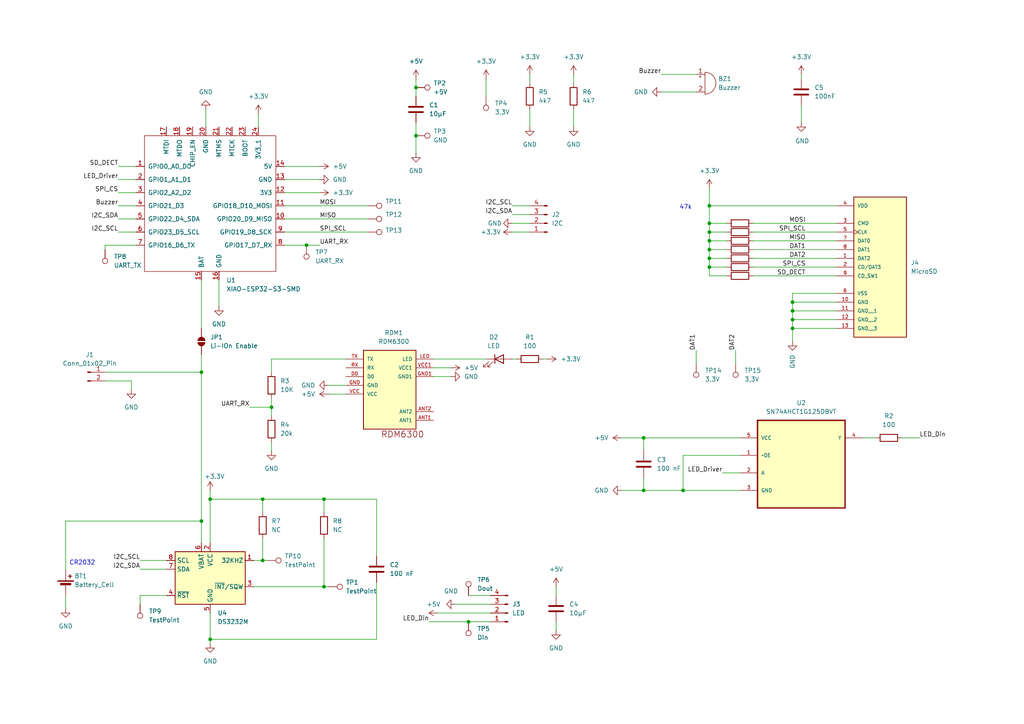
<source format=kicad_sch>
(kicad_sch (version 20250114) (generator "eeschema") (generator_version "9.0")
  (paper "A4")
  (lib_symbols
    (symbol "Connector:Conn_01x02_Pin" (pin_names (offset 1.016) (hide yes))
      (property "Reference" "J" (at 0 2.54 0))
      (property "Value" "Conn_01x02_Pin" (at 0 -5.08 0))
      (symbol "Conn_01x02_Pin_1_1"
        (rectangle (start 0.8636 0.127) (end 0 -0.127) (stroke (width 0.1524)) (fill (type outline)))
        (rectangle (start 0.8636 -2.413) (end 0 -2.667) (stroke (width 0.1524)) (fill (type outline)))
        (polyline (pts (xy 1.27 0) (xy 0.8636 0)) (stroke (width 0.1524)))
        (polyline (pts (xy 1.27 -2.54) (xy 0.8636 -2.54)) (stroke (width 0.1524)))
        (pin passive line (at 5.08 0 180) (length 3.81) (name "Pin_1") (number "1"))
        (pin passive line (at 5.08 -2.54 180) (length 3.81) (name "Pin_2") (number "2"))
      )
    )
    (symbol "Connector:Conn_01x04_Pin" (pin_names (offset 1.016) (hide yes))
      (property "Reference" "J" (at 0 5.08 0))
      (property "Value" "Conn_01x04_Pin" (at 0 -7.62 0))
      (symbol "Conn_01x04_Pin_1_1"
        (rectangle (start 0.8636 2.667) (end 0 2.413) (stroke (width 0.1524)) (fill (type outline)))
        (rectangle (start 0.8636 0.127) (end 0 -0.127) (stroke (width 0.1524)) (fill (type outline)))
        (rectangle (start 0.8636 -2.413) (end 0 -2.667) (stroke (width 0.1524)) (fill (type outline)))
        (rectangle (start 0.8636 -4.953) (end 0 -5.207) (stroke (width 0.1524)) (fill (type outline)))
        (polyline (pts (xy 1.27 2.54) (xy 0.8636 2.54)) (stroke (width 0.1524)))
        (polyline (pts (xy 1.27 0) (xy 0.8636 0)) (stroke (width 0.1524)))
        (polyline (pts (xy 1.27 -2.54) (xy 0.8636 -2.54)) (stroke (width 0.1524)))
        (polyline (pts (xy 1.27 -5.08) (xy 0.8636 -5.08)) (stroke (width 0.1524)))
        (pin passive line (at 5.08 2.54 180) (length 3.81) (name "Pin_1") (number "1"))
        (pin passive line (at 5.08 0 180) (length 3.81) (name "Pin_2") (number "2"))
        (pin passive line (at 5.08 -2.54 180) (length 3.81) (name "Pin_3") (number "3"))
        (pin passive line (at 5.08 -5.08 180) (length 3.81) (name "Pin_4") (number "4"))
      )
    )
    (symbol "Connector:TestPoint" (pin_numbers (hide yes)) (pin_names (offset 0.762) (hide yes))
      (property "Reference" "TP" (at 0 6.858 0))
      (property "Value" "TestPoint" (at 0 5.08 0))
      (symbol "TestPoint_0_1"
        (circle (center 0 3.302) (radius 0.762))
      )
      (symbol "TestPoint_1_1"
        (pin passive line (at 0 0 90) (length 2.54) (name "1") (number "1"))
      )
    )
    (symbol "Device:Battery_Cell" (pin_numbers (hide yes)) (pin_names (offset 0) (hide yes))
      (property "Reference" "BT" (at 2.54 2.54 0))
      (property "Value" "Battery_Cell" (at 2.54 0 0))
      (symbol "Battery_Cell_0_1"
        (rectangle (start -2.286 1.778) (end 2.286 1.524) (fill (type outline)))
        (rectangle (start -1.524 1.016) (end 1.524 0.508) (fill (type outline)))
        (polyline (pts (xy 0 1.778) (xy 0 2.54)))
        (polyline (pts (xy 0 0.762) (xy 0 0)))
        (polyline (pts (xy 0.762 3.048) (xy 1.778 3.048)) (stroke (width 0.254)))
        (polyline (pts (xy 1.27 3.556) (xy 1.27 2.54)) (stroke (width 0.254)))
      )
      (symbol "Battery_Cell_1_1"
        (pin passive line (at 0 5.08 270) (length 2.54) (name "+") (number "1"))
        (pin passive line (at 0 -2.54 90) (length 2.54) (name "-") (number "2"))
      )
    )
    (symbol "Device:Buzzer" (pin_names (offset 0.0254) (hide yes))
      (property "Reference" "BZ" (at 3.81 1.27 0))
      (property "Value" "Buzzer" (at 3.81 -1.27 0))
      (symbol "Buzzer_0_1"
        (polyline (pts (xy -1.651 1.905) (xy -1.143 1.905)))
        (polyline (pts (xy -1.397 2.159) (xy -1.397 1.651)))
        (arc (start 0 3.175) (mid 3.1612 0) (end 0 -3.175))
        (polyline (pts (xy 0 3.175) (xy 0 -3.175)))
      )
      (symbol "Buzzer_1_1"
        (pin passive line (at -2.54 2.54 0) (length 2.54) (name "+") (number "1"))
        (pin passive line (at -2.54 -2.54 0) (length 2.54) (name "-") (number "2"))
      )
    )
    (symbol "Device:C" (pin_numbers (hide yes)) (pin_names (offset 0.254))
      (property "Reference" "C" (at 0.635 2.54 0))
      (property "Value" "C" (at 0.635 -2.54 0))
      (symbol "C_0_1"
        (polyline (pts (xy -2.032 0.762) (xy 2.032 0.762)) (stroke (width 0.508)))
        (polyline (pts (xy -2.032 -0.762) (xy 2.032 -0.762)) (stroke (width 0.508)))
      )
      (symbol "C_1_1"
        (pin passive line (at 0 3.81 270) (length 2.794) (name "~") (number "1"))
        (pin passive line (at 0 -3.81 90) (length 2.794) (name "~") (number "2"))
      )
    )
    (symbol "Device:LED" (pin_numbers (hide yes)) (pin_names (offset 1.016) (hide yes))
      (property "Reference" "D" (at 0 2.54 0))
      (property "Value" "LED" (at 0 -2.54 0))
      (symbol "LED_0_1"
        (polyline (pts (xy -3.048 -0.762) (xy -4.572 -2.286) (xy -3.81 -2.286) (xy -4.572 -2.286) (xy -4.572 -1.524)))
        (polyline (pts (xy -1.778 -0.762) (xy -3.302 -2.286) (xy -2.54 -2.286) (xy -3.302 -2.286) (xy -3.302 -1.524)))
        (polyline (pts (xy -1.27 0) (xy 1.27 0)))
        (polyline (pts (xy -1.27 -1.27) (xy -1.27 1.27)) (stroke (width 0.254)))
        (polyline (pts (xy 1.27 -1.27) (xy 1.27 1.27) (xy -1.27 0) (xy 1.27 -1.27)) (stroke (width 0.254)))
      )
      (symbol "LED_1_1"
        (pin passive line (at -3.81 0 0) (length 2.54) (name "K") (number "1"))
        (pin passive line (at 3.81 0 180) (length 2.54) (name "A") (number "2"))
      )
    )
    (symbol "Device:R" (pin_numbers (hide yes)) (pin_names (offset 0))
      (property "Reference" "R" (at 2.032 0 90))
      (property "Value" "R" (at 0 0 90))
      (symbol "R_0_1"
        (rectangle (start -1.016 -2.54) (end 1.016 2.54) (stroke (width 0.254)))
      )
      (symbol "R_1_1"
        (pin passive line (at 0 3.81 270) (length 1.27) (name "~") (number "1"))
        (pin passive line (at 0 -3.81 90) (length 1.27) (name "~") (number "2"))
      )
    )
    (symbol "Jumper:SolderJumper_2_Open" (pin_numbers (hide yes)) (pin_names (offset 0) (hide yes)) (in_bom no)
      (property "Reference" "JP" (at 0 2.032 0))
      (property "Value" "SolderJumper_2_Open" (at 0 -2.54 0))
      (symbol "SolderJumper_2_Open_0_1"
        (polyline (pts (xy -0.254 1.016) (xy -0.254 -1.016)))
        (arc (start -0.254 -1.016) (mid -1.2656 0) (end -0.254 1.016))
        (arc (start -0.254 -1.016) (mid -1.2656 0) (end -0.254 1.016) (fill (type outline)))
        (arc (start 0.254 1.016) (mid 1.2656 0) (end 0.254 -1.016))
        (arc (start 0.254 1.016) (mid 1.2656 0) (end 0.254 -1.016) (fill (type outline)))
        (polyline (pts (xy 0.254 1.016) (xy 0.254 -1.016)))
      )
      (symbol "SolderJumper_2_Open_1_1"
        (pin passive line (at -3.81 0 0) (length 2.54) (name "A") (number "1"))
        (pin passive line (at 3.81 0 180) (length 2.54) (name "B") (number "2"))
      )
    )
    (symbol "RDM6300:RDM6300" (pin_names (offset 1.016))
      (property "Reference" "RDM6300" (at 0 0 0))
      (property "Value" "RDM6300" (at 0 0 0))
      (symbol "RDM6300_0_0"
        (rectangle (start -7.62 -10.16) (end 7.62 12.7) (stroke (width 0.254)) (fill (type background)))
        (text "RDM6300" (at -2.54 -12.7 0) (effects (font (size 1.778 1.778)) (justify left bottom)))
        (pin bidirectional line (at -12.7 10.16 0) (length 5.08) (name "TX") (number "TX"))
        (pin bidirectional line (at -12.7 7.62 0) (length 5.08) (name "RX") (number "RX"))
        (pin bidirectional line (at -12.7 5.08 0) (length 5.08) (name "D0") (number "D0"))
        (pin bidirectional line (at -12.7 2.54 0) (length 5.08) (name "GND") (number "GND"))
        (pin bidirectional line (at -12.7 0 0) (length 5.08) (name "VCC") (number "VCC"))
        (pin bidirectional line (at 12.7 10.16 180) (length 5.08) (name "LED") (number "LED"))
        (pin bidirectional line (at 12.7 7.62 180) (length 5.08) (name "VCC1") (number "VCC1"))
        (pin bidirectional line (at 12.7 5.08 180) (length 5.08) (name "GND1") (number "GND1"))
        (pin bidirectional line (at 12.7 -5.08 180) (length 5.08) (name "ANT2") (number "ANT2"))
        (pin bidirectional line (at 12.7 -7.62 180) (length 5.08) (name "ANT1") (number "ANT1"))
      )
    )
    (symbol "SN74AHCT1G125DBVT:SN74AHCT1G125DBVT" (pin_names (offset 1.016))
      (property "Reference" "U" (at -4.955 12.5527 0))
      (property "Value" "SN74AHCT1G125DBVT" (at -2.7954 -19.8475 0))
      (symbol "SN74AHCT1G125DBVT_0_0"
        (rectangle (start -12.7 -15.24) (end 12.7 10.16) (stroke (width 0.4064)) (fill (type background)))
        (pin power_in line (at -17.78 5.08 0) (length 5.08) (name "VCC") (number "5"))
        (pin input line (at -17.78 0 0) (length 5.08) (name "~OE") (number "1"))
        (pin input line (at -17.78 -5.08 0) (length 5.08) (name "A") (number "2"))
        (pin passive line (at -17.78 -10.16 0) (length 5.08) (name "GND") (number "3"))
        (pin output line (at 17.78 5.08 180) (length 5.08) (name "Y") (number "4"))
      )
    )
    (symbol "Seeed_Studio_XIAO_Series:XIAO-ESP32-C6-SMD" (pin_names (offset 1.016))
      (property "Reference" "U" (at -18.542 23.114 0))
      (property "Value" "XIAO-ESP32-S3-SMD" (at -8.382 21.336 0))
      (symbol "XIAO-ESP32-C6-SMD_0_1"
        (rectangle (start 19.05 -19.05) (end -19.05 20.32))
      )
      (symbol "XIAO-ESP32-C6-SMD_1_1"
        (pin passive line (at -21.59 11.43 0) (length 2.54) (name "GPIO0_A0_D0") (number "1"))
        (pin passive line (at -21.59 7.62 0) (length 2.54) (name "GPIO1_A1_D1") (number "2"))
        (pin passive line (at -21.59 3.81 0) (length 2.54) (name "GPIO2_A2_D2") (number "3"))
        (pin passive line (at -21.59 0 0) (length 2.54) (name "GPIO21_D3") (number "4"))
        (pin passive line (at -21.59 -3.81 0) (length 2.54) (name "GPIO22_D4_SDA") (number "5"))
        (pin passive line (at -21.59 -7.62 0) (length 2.54) (name "GPIO23_D5_SCL") (number "6"))
        (pin passive line (at -21.59 -11.43 0) (length 2.54) (name "GPIO16_D6_TX") (number "7"))
        (pin passive line (at -12.7 22.86 270) (length 2.54) (name "MTDI") (number "17"))
        (pin passive line (at -8.89 22.86 270) (length 2.54) (name "MTDO") (number "18"))
        (pin passive line (at -5.08 22.86 270) (length 2.54) (name "CHIP_EN") (number "19"))
        (pin passive line (at -2.54 -21.59 90) (length 2.54) (name "BAT") (number "15"))
        (pin passive line (at -1.27 22.86 270) (length 2.54) (name "GND") (number "20"))
        (pin passive line (at 2.54 22.86 270) (length 2.54) (name "MTMS") (number "21"))
        (pin passive line (at 2.54 -21.59 90) (length 2.54) (name "GND") (number "16"))
        (pin passive line (at 6.35 22.86 270) (length 2.54) (name "MTCK") (number "22"))
        (pin passive line (at 10.16 22.86 270) (length 2.54) (name "BOOT") (number "23"))
        (pin passive line (at 13.97 22.86 270) (length 2.54) (name "3V3_1") (number "24"))
        (pin passive line (at 21.59 11.43 180) (length 2.54) (name "5V") (number "14"))
        (pin passive line (at 21.59 7.62 180) (length 2.54) (name "GND") (number "13"))
        (pin passive line (at 21.59 3.81 180) (length 2.54) (name "3V3") (number "12"))
        (pin passive line (at 21.59 0 180) (length 2.54) (name "GPIO18_D10_MOSI") (number "11"))
        (pin passive line (at 21.59 -3.81 180) (length 2.54) (name "GPIO20_D9_MISO") (number "10"))
        (pin passive line (at 21.59 -7.62 180) (length 2.54) (name "GPIO19_D8_SCK") (number "9"))
        (pin passive line (at 21.59 -11.43 180) (length 2.54) (name "GPIO17_D7_RX") (number "8"))
      )
    )
    (symbol "Timer_RTC:DS3232M"
      (property "Reference" "U" (at -7.62 8.89 0))
      (property "Value" "DS3232M" (at 10.16 8.89 0))
      (symbol "DS3232M_0_1"
        (rectangle (start -10.16 7.62) (end 10.16 -7.62) (stroke (width 0.254)) (fill (type background)))
      )
      (symbol "DS3232M_1_1"
        (pin input line (at -12.7 5.08 0) (length 2.54) (name "SCL") (number "8"))
        (pin bidirectional line (at -12.7 2.54 0) (length 2.54) (name "SDA") (number "7"))
        (pin bidirectional line (at -12.7 -5.08 0) (length 2.54) (name "~{RST}") (number "4"))
        (pin power_in line (at -2.54 10.16 270) (length 2.54) (name "VBAT") (number "6"))
        (pin power_in line (at 0 10.16 270) (length 2.54) (name "VCC") (number "2"))
        (pin power_in line (at 0 -10.16 90) (length 2.54) (name "GND") (number "5"))
        (pin output line (at 12.7 5.08 180) (length 2.54) (name "32KHZ") (number "1"))
        (pin open_collector line (at 12.7 -2.54 180) (length 2.54) (name "~{INT}/SQW") (number "3"))
      )
    )
    (symbol "microsd_card_wuert:693071020811" (pin_names (offset 1.016))
      (property "Reference" "J" (at -7.62 16.51 0))
      (property "Value" "693071020811" (at -7.62 -26.67 0))
      (symbol "693071020811_0_0"
        (rectangle (start -7.62 -25.4) (end 7.62 15.24) (stroke (width 0.254)) (fill (type background)))
        (pin power_in line (at -12.7 12.7 0) (length 5.08) (name "VDD") (number "4"))
        (pin bidirectional line (at -12.7 7.62 0) (length 5.08) (name "CMD") (number "3"))
        (pin bidirectional clock (at -12.7 5.08 0) (length 5.08) (name "CLK") (number "5"))
        (pin bidirectional line (at -12.7 2.54 0) (length 5.08) (name "DAT0") (number "7"))
        (pin bidirectional line (at -12.7 0 0) (length 5.08) (name "DAT1") (number "8"))
        (pin bidirectional line (at -12.7 -2.54 0) (length 5.08) (name "DAT2") (number "1"))
        (pin bidirectional line (at -12.7 -5.08 0) (length 5.08) (name "CD/DAT3") (number "2"))
        (pin bidirectional line (at -12.7 -7.62 0) (length 5.08) (name "CD_SW1") (number "9"))
        (pin power_in line (at -12.7 -12.7 0) (length 5.08) (name "VSS") (number "6"))
        (pin power_in line (at -12.7 -15.24 0) (length 5.08) (name "GND") (number "10"))
        (pin power_in line (at -12.7 -17.78 0) (length 5.08) (name "GND__1") (number "11"))
        (pin power_in line (at -12.7 -20.32 0) (length 5.08) (name "GND__2") (number "12"))
        (pin power_in line (at -12.7 -22.86 0) (length 5.08) (name "GND__3") (number "13"))
      )
    )
    (symbol "power:+3.3V" (power) (pin_numbers (hide yes)) (pin_names (offset 0) (hide yes))
      (property "Value" "+3.3V" (at 0 3.556 0))
      (symbol "+3.3V_0_1"
        (polyline (pts (xy -0.762 1.27) (xy 0 2.54)))
        (polyline (pts (xy 0 2.54) (xy 0.762 1.27)))
        (polyline (pts (xy 0 0) (xy 0 2.54)))
      )
      (symbol "+3.3V_1_1"
        (pin power_in line (at 0 0 90) (length 0) (name "~") (number "1"))
      )
    )
    (symbol "power:+5V" (power) (pin_numbers (hide yes)) (pin_names (offset 0) (hide yes))
      (property "Value" "+5V" (at 0 3.556 0))
      (symbol "+5V_0_1"
        (polyline (pts (xy -0.762 1.27) (xy 0 2.54)))
        (polyline (pts (xy 0 2.54) (xy 0.762 1.27)))
        (polyline (pts (xy 0 0) (xy 0 2.54)))
      )
      (symbol "+5V_1_1"
        (pin power_in line (at 0 0 90) (length 0) (name "~") (number "1"))
      )
    )
    (symbol "power:GND" (power) (pin_numbers (hide yes)) (pin_names (offset 0) (hide yes))
      (property "Value" "GND" (at 0 -3.81 0))
      (symbol "GND_0_1"
        (polyline (pts (xy 0 0) (xy 0 -1.27) (xy 1.27 -1.27) (xy 0 -2.54) (xy -1.27 -1.27) (xy 0 -1.27)))
      )
      (symbol "GND_1_1"
        (pin power_in line (at 0 0 270) (length 0) (name "~") (number "1"))
      )
    )
  )
  (text "CR2032" (at 23.876 163.322 0) (effects (font (size 1.27 1.27))))
  (text "47k" (at 198.882 60.198 0) (effects (font (size 1.27 1.27))))
  (junction (at 205.74 59.69))
  (junction (at 229.87 95.25))
  (junction (at 186.69 142.24))
  (junction (at 229.87 92.71))
  (junction (at 60.96 185.42))
  (junction (at 229.87 87.63))
  (junction (at 93.98 144.78))
  (junction (at 186.69 127))
  (junction (at 205.74 72.39))
  (junction (at 205.74 74.93))
  (junction (at 78.74 118.11))
  (junction (at 76.2 144.78))
  (junction (at 58.42 151.13))
  (junction (at 205.74 64.77))
  (junction (at 58.42 107.95))
  (junction (at 135.89 180.34))
  (junction (at 120.65 39.37))
  (junction (at 205.74 69.85))
  (junction (at 198.12 142.24))
  (junction (at 229.87 90.17))
  (junction (at 60.96 144.78))
  (junction (at 205.74 77.47))
  (junction (at 93.98 170.18))
  (junction (at 205.74 67.31))
  (junction (at 76.2 162.56))
  (junction (at 120.65 25.4))
  (junction (at 88.9 71.12))
  (wire (pts (xy 125.73 109.22) (xy 130.81 109.22)))
  (wire (pts (xy 213.36 101.6) (xy 213.36 105.41)))
  (wire (pts (xy 58.42 151.13) (xy 58.42 157.48)))
  (wire (pts (xy 78.74 115.57) (xy 78.74 118.11)))
  (wire (pts (xy 82.55 55.88) (xy 92.71 55.88)))
  (wire (pts (xy 210.82 80.01) (xy 205.74 80.01)))
  (wire (pts (xy 34.29 48.26) (xy 39.37 48.26)))
  (wire (pts (xy 58.42 151.13) (xy 58.42 107.95)))
  (wire (pts (xy 186.69 127) (xy 214.63 127)))
  (wire (pts (xy 40.64 172.72) (xy 48.26 172.72)))
  (wire (pts (xy 205.74 74.93) (xy 210.82 74.93)))
  (wire (pts (xy 58.42 102.87) (xy 58.42 107.95)))
  (wire (pts (xy 39.37 71.12) (xy 30.48 71.12)))
  (wire (pts (xy 135.89 180.34) (xy 142.24 180.34)))
  (wire (pts (xy 205.74 74.93) (xy 205.74 72.39)))
  (wire (pts (xy 153.67 21.59) (xy 153.67 24.13)))
  (wire (pts (xy 242.57 85.09) (xy 229.87 85.09)))
  (wire (pts (xy 88.9 71.12) (xy 92.71 71.12)))
  (wire (pts (xy 229.87 95.25) (xy 242.57 95.25)))
  (wire (pts (xy 166.37 21.59) (xy 166.37 24.13)))
  (wire (pts (xy 109.22 168.91) (xy 109.22 185.42)))
  (wire (pts (xy 210.82 67.31) (xy 205.74 67.31)))
  (wire (pts (xy 82.55 71.12) (xy 88.9 71.12)))
  (wire (pts (xy 30.48 71.12) (xy 30.48 72.39)))
  (wire (pts (xy 72.39 118.11) (xy 78.74 118.11)))
  (wire (pts (xy 229.87 95.25) (xy 229.87 99.06)))
  (wire (pts (xy 186.69 142.24) (xy 198.12 142.24)))
  (wire (pts (xy 205.74 69.85) (xy 205.74 67.31)))
  (wire (pts (xy 205.74 72.39) (xy 205.74 69.85)))
  (wire (pts (xy 148.59 59.69) (xy 153.67 59.69)))
  (wire (pts (xy 261.62 127) (xy 266.7 127)))
  (wire (pts (xy 229.87 87.63) (xy 242.57 87.63)))
  (wire (pts (xy 59.69 31.75) (xy 59.69 36.83)))
  (wire (pts (xy 82.55 67.31) (xy 106.68 67.31)))
  (wire (pts (xy 205.74 77.47) (xy 210.82 77.47)))
  (wire (pts (xy 232.41 21.59) (xy 232.41 22.86)))
  (wire (pts (xy 120.65 22.86) (xy 120.65 25.4)))
  (wire (pts (xy 76.2 144.78) (xy 76.2 148.59)))
  (wire (pts (xy 19.05 151.13) (xy 58.42 151.13)))
  (wire (pts (xy 125.73 104.14) (xy 140.97 104.14)))
  (wire (pts (xy 157.48 104.14) (xy 158.75 104.14)))
  (wire (pts (xy 210.82 69.85) (xy 205.74 69.85)))
  (wire (pts (xy 229.87 85.09) (xy 229.87 87.63)))
  (wire (pts (xy 140.97 22.86) (xy 140.97 27.94)))
  (wire (pts (xy 60.96 185.42) (xy 60.96 186.69)))
  (wire (pts (xy 205.74 77.47) (xy 205.74 74.93)))
  (wire (pts (xy 229.87 90.17) (xy 242.57 90.17)))
  (wire (pts (xy 93.98 156.21) (xy 93.98 170.18)))
  (wire (pts (xy 93.98 144.78) (xy 76.2 144.78)))
  (wire (pts (xy 232.41 30.48) (xy 232.41 35.56)))
  (wire (pts (xy 218.44 74.93) (xy 242.57 74.93)))
  (wire (pts (xy 76.2 144.78) (xy 60.96 144.78)))
  (wire (pts (xy 93.98 170.18) (xy 95.25 170.18)))
  (wire (pts (xy 166.37 31.75) (xy 166.37 36.83)))
  (wire (pts (xy 95.25 114.3) (xy 100.33 114.3)))
  (wire (pts (xy 153.67 31.75) (xy 153.67 36.83)))
  (wire (pts (xy 205.74 72.39) (xy 210.82 72.39)))
  (wire (pts (xy 19.05 172.72) (xy 19.05 176.53)))
  (wire (pts (xy 205.74 64.77) (xy 205.74 59.69)))
  (wire (pts (xy 198.12 132.08) (xy 198.12 142.24)))
  (wire (pts (xy 186.69 127) (xy 186.69 130.81)))
  (wire (pts (xy 161.29 180.34) (xy 161.29 182.88)))
  (wire (pts (xy 109.22 185.42) (xy 60.96 185.42)))
  (wire (pts (xy 74.93 33.02) (xy 74.93 36.83)))
  (wire (pts (xy 93.98 144.78) (xy 93.98 148.59)))
  (wire (pts (xy 78.74 104.14) (xy 78.74 107.95)))
  (wire (pts (xy 191.77 21.59) (xy 201.93 21.59)))
  (wire (pts (xy 58.42 81.28) (xy 58.42 95.25)))
  (wire (pts (xy 218.44 64.77) (xy 242.57 64.77)))
  (wire (pts (xy 127 177.8) (xy 142.24 177.8)))
  (wire (pts (xy 76.2 162.56) (xy 77.47 162.56)))
  (wire (pts (xy 209.55 137.16) (xy 214.63 137.16)))
  (wire (pts (xy 120.65 25.4) (xy 120.65 27.94)))
  (wire (pts (xy 218.44 67.31) (xy 242.57 67.31)))
  (wire (pts (xy 34.29 59.69) (xy 39.37 59.69)))
  (wire (pts (xy 205.74 59.69) (xy 242.57 59.69)))
  (wire (pts (xy 210.82 64.77) (xy 205.74 64.77)))
  (wire (pts (xy 229.87 90.17) (xy 229.87 92.71)))
  (wire (pts (xy 161.29 170.18) (xy 161.29 172.72)))
  (wire (pts (xy 95.25 111.76) (xy 100.33 111.76)))
  (wire (pts (xy 82.55 48.26) (xy 92.71 48.26)))
  (wire (pts (xy 60.96 177.8) (xy 60.96 185.42)))
  (wire (pts (xy 205.74 54.61) (xy 205.74 59.69)))
  (wire (pts (xy 120.65 35.56) (xy 120.65 39.37)))
  (wire (pts (xy 148.59 104.14) (xy 149.86 104.14)))
  (wire (pts (xy 148.59 62.23) (xy 153.67 62.23)))
  (wire (pts (xy 186.69 138.43) (xy 186.69 142.24)))
  (wire (pts (xy 180.34 142.24) (xy 186.69 142.24)))
  (wire (pts (xy 218.44 72.39) (xy 242.57 72.39)))
  (wire (pts (xy 109.22 144.78) (xy 93.98 144.78)))
  (wire (pts (xy 109.22 161.29) (xy 109.22 144.78)))
  (wire (pts (xy 135.89 172.72) (xy 142.24 172.72)))
  (wire (pts (xy 60.96 144.78) (xy 60.96 157.48)))
  (wire (pts (xy 250.19 127) (xy 254 127)))
  (wire (pts (xy 125.73 106.68) (xy 130.81 106.68)))
  (wire (pts (xy 180.34 127) (xy 186.69 127)))
  (wire (pts (xy 205.74 80.01) (xy 205.74 77.47)))
  (wire (pts (xy 78.74 118.11) (xy 78.74 120.65)))
  (wire (pts (xy 124.46 180.34) (xy 135.89 180.34)))
  (wire (pts (xy 218.44 69.85) (xy 242.57 69.85)))
  (wire (pts (xy 201.93 101.6) (xy 201.93 105.41)))
  (wire (pts (xy 218.44 80.01) (xy 242.57 80.01)))
  (wire (pts (xy 82.55 52.07) (xy 92.71 52.07)))
  (wire (pts (xy 60.96 142.24) (xy 60.96 144.78)))
  (wire (pts (xy 34.29 67.31) (xy 39.37 67.31)))
  (wire (pts (xy 30.48 110.49) (xy 38.1 110.49)))
  (wire (pts (xy 214.63 132.08) (xy 198.12 132.08)))
  (wire (pts (xy 34.29 63.5) (xy 39.37 63.5)))
  (wire (pts (xy 82.55 59.69) (xy 106.68 59.69)))
  (wire (pts (xy 132.08 175.26) (xy 142.24 175.26)))
  (wire (pts (xy 34.29 55.88) (xy 39.37 55.88)))
  (wire (pts (xy 40.64 175.26) (xy 40.64 172.72)))
  (wire (pts (xy 19.05 165.1) (xy 19.05 151.13)))
  (wire (pts (xy 73.66 162.56) (xy 76.2 162.56)))
  (wire (pts (xy 229.87 92.71) (xy 229.87 95.25)))
  (wire (pts (xy 148.59 67.31) (xy 153.67 67.31)))
  (wire (pts (xy 148.59 64.77) (xy 153.67 64.77)))
  (wire (pts (xy 218.44 77.47) (xy 242.57 77.47)))
  (wire (pts (xy 73.66 170.18) (xy 93.98 170.18)))
  (wire (pts (xy 63.5 81.28) (xy 63.5 88.9)))
  (wire (pts (xy 34.29 52.07) (xy 39.37 52.07)))
  (wire (pts (xy 40.64 165.1) (xy 48.26 165.1)))
  (wire (pts (xy 120.65 39.37) (xy 120.65 44.45)))
  (wire (pts (xy 78.74 104.14) (xy 100.33 104.14)))
  (wire (pts (xy 30.48 107.95) (xy 58.42 107.95)))
  (wire (pts (xy 82.55 63.5) (xy 106.68 63.5)))
  (wire (pts (xy 40.64 162.56) (xy 48.26 162.56)))
  (wire (pts (xy 38.1 110.49) (xy 38.1 113.03)))
  (wire (pts (xy 78.74 128.27) (xy 78.74 130.81)))
  (wire (pts (xy 229.87 87.63) (xy 229.87 90.17)))
  (wire (pts (xy 198.12 142.24) (xy 214.63 142.24)))
  (wire (pts (xy 76.2 156.21) (xy 76.2 162.56)))
  (wire (pts (xy 205.74 67.31) (xy 205.74 64.77)))
  (wire (pts (xy 229.87 92.71) (xy 242.57 92.71)))
  (wire (pts (xy 191.77 26.67) (xy 201.93 26.67)))
  (label "Buzzer" (at 34.29 59.69 180))
  (label "SPI_SCL" (at 92.71 67.31 0))
  (label "I2C_SCL" (at 40.64 162.56 180))
  (label "UART_RX" (at 92.71 71.12 0))
  (label "LED_Driver" (at 34.29 52.07 180))
  (label "SD_DECT" (at 233.68 80.01 180))
  (label "DAT2" (at 213.36 101.6 90))
  (label "LED_Driver" (at 209.55 137.16 180))
  (label "LED_Din" (at 266.7 127 0))
  (label "I2C_SDA" (at 148.59 62.23 180))
  (label "I2C_SCL" (at 148.59 59.69 180))
  (label "SPI_SCL" (at 233.68 67.31 180))
  (label "Buzzer" (at 191.77 21.59 180))
  (label "MISO" (at 233.68 69.85 180))
  (label "MISO" (at 92.71 63.5 0))
  (label "I2C_SCL" (at 34.29 67.31 180))
  (label "SPI_CS" (at 34.29 55.88 180))
  (label "MOSI" (at 92.71 59.69 0))
  (label "UART_RX" (at 72.39 118.11 180))
  (label "DAT1" (at 201.93 101.6 90))
  (label "SPI_CS" (at 233.68 77.47 180))
  (label "SD_DECT" (at 34.29 48.26 180))
  (label "I2C_SDA" (at 40.64 165.1 180))
  (label "LED_Din" (at 124.46 180.34 180))
  (label "MOSI" (at 233.68 64.77 180))
  (label "DAT1" (at 233.68 72.39 180))
  (label "I2C_SDA" (at 34.29 63.5 180))
  (label "DAT2" (at 233.68 74.93 180))
  (symbol (lib_id "power:+5V") (at 120.65 22.86 0) (unit 1)
    (property "Reference" "#PWR017" (effects (hide yes)))
    (property "Value" "+5V" (at 120.65 17.78 0))
    (property "Description" "Power symbol creates a global label with name \"+5V\"" (effects (hide yes)))
  )
  (symbol (lib_id "power:GND") (at 78.74 130.81 0) (unit 1)
    (property "Reference" "#PWR09" (effects (hide yes)))
    (property "Value" "GND" (at 78.74 135.89 0))
    (property "Description" "Power symbol creates a global label with name \"GND\" , ground" (effects (hide yes)))
  )
  (symbol (lib_id "Connector:TestPoint") (at 88.9 71.12 180) (unit 1)
    (property "Reference" "TP7" (at 91.44 73.1519 0) (effects (justify right)))
    (property "Value" "UART_RX" (at 91.44 75.6919 0) (effects (justify right)))
    (property "Footprint" "TestPoint:TestPoint_Pad_D1.5mm" (effects (hide yes)))
    (property "Description" "test point" (effects (hide yes)))
  )
  (symbol (lib_id "power:GND") (at 59.69 31.75 180) (unit 1)
    (property "Reference" "#PWR037" (effects (hide yes)))
    (property "Value" "GND" (at 59.69 26.67 0))
    (property "Description" "Power symbol creates a global label with name \"GND\" , ground" (effects (hide yes)))
  )
  (symbol (lib_id "Device:R") (at 78.74 111.76 0) (unit 1)
    (property "Reference" "R3" (at 81.28 110.4899 0) (effects (justify left)))
    (property "Value" "10K" (at 81.28 113.0299 0) (effects (justify left)))
    (property "Footprint" "Resistor_SMD:R_0603_1608Metric_Pad0.98x0.95mm_HandSolder" (effects (hide yes)))
    (property "Description" "Resistor" (effects (hide yes)))
  )
  (symbol (lib_id "power:+5V") (at 127 177.8 90) (unit 1)
    (property "Reference" "#PWR020" (effects (hide yes)))
    (property "Value" "+5V" (at 125.73 175.26 90))
    (property "Description" "Power symbol creates a global label with name \"+5V\"" (effects (hide yes)))
  )
  (symbol (lib_id "power:+3.3V") (at 158.75 104.14 270) (unit 1)
    (property "Reference" "#PWR015" (effects (hide yes)))
    (property "Value" "+3.3V" (at 162.56 104.1399 90) (effects (justify left)))
    (property "Description" "Power symbol creates a global label with name \"+3.3V\"" (effects (hide yes)))
  )
  (symbol (lib_id "Device:Battery_Cell") (at 19.05 170.18 0) (unit 1)
    (property "Reference" "BT1" (at 21.59 167.0684 0) (effects (justify left)))
    (property "Value" "Battery_Cell" (at 21.59 169.6084 0) (effects (justify left)))
    (property "Footprint" "Battery:Battery_Panasonic_CR2032-HFN_Horizontal_CircularHoles" (effects (hide yes)))
    (property "Description" "Single-cell battery" (effects (hide yes)))
  )
  (symbol (lib_id "Device:C") (at 161.29 176.53 180) (unit 1)
    (property "Reference" "C4" (at 165.1 175.2599 0) (effects (justify right)))
    (property "Value" "10µF" (at 165.1 177.7999 0) (effects (justify right)))
    (property "Footprint" "Capacitor_SMD:C_0603_1608Metric" (effects (hide yes)))
    (property "Description" "Unpolarized capacitor" (effects (hide yes)))
  )
  (symbol (lib_id "power:+3.3V") (at 205.74 54.61 0) (unit 1)
    (property "Reference" "#PWR036" (effects (hide yes)))
    (property "Value" "+3.3V" (at 205.74 49.53 0))
    (property "Description" "Power symbol creates a global label with name \"+3.3V\"" (effects (hide yes)))
  )
  (symbol (lib_id "power:+3.3V") (at 140.97 22.86 0) (unit 1)
    (property "Reference" "#PWR019" (effects (hide yes)))
    (property "Value" "+3.3V" (at 140.97 17.78 0))
    (property "Description" "Power symbol creates a global label with name \"+3.3V\"" (effects (hide yes)))
  )
  (symbol (lib_id "Device:R") (at 76.2 152.4 0) (unit 1)
    (property "Reference" "R7" (at 78.74 151.1299 0) (effects (justify left)))
    (property "Value" "NC" (at 78.74 153.6699 0) (effects (justify left)))
    (property "Footprint" "Resistor_SMD:R_0603_1608Metric_Pad0.98x0.95mm_HandSolder" (effects (hide yes)))
    (property "Description" "Resistor" (effects (hide yes)))
  )
  (symbol (lib_id "power:+3.3V") (at 92.71 55.88 270) (unit 1)
    (property "Reference" "#PWR03" (effects (hide yes)))
    (property "Value" "+3.3V" (at 96.52 55.8799 90) (effects (justify left)))
    (property "Description" "Power symbol creates a global label with name \"+3.3V\"" (effects (hide yes)))
  )
  (symbol (lib_id "Device:R") (at 214.63 77.47 90) (unit 1)
    (property "Reference" "R9" (effects (hide yes)))
    (property "Value" "47k" (effects (hide yes)))
    (property "Footprint" "Resistor_SMD:R_0603_1608Metric_Pad0.98x0.95mm_HandSolder" (effects (hide yes)))
    (property "Description" "Resistor" (effects (hide yes)))
  )
  (symbol (lib_id "Device:R") (at 214.63 67.31 90) (unit 1)
    (property "Reference" "R13" (effects (hide yes)))
    (property "Value" "47k" (effects (hide yes)))
    (property "Footprint" "Resistor_SMD:R_0603_1608Metric_Pad0.98x0.95mm_HandSolder" (effects (hide yes)))
    (property "Description" "Resistor" (effects (hide yes)))
  )
  (symbol (lib_id "power:GND") (at 166.37 36.83 0) (unit 1)
    (property "Reference" "#PWR029" (effects (hide yes)))
    (property "Value" "GND" (at 166.37 41.91 0))
    (property "Description" "Power symbol creates a global label with name \"GND\" , ground" (effects (hide yes)))
  )
  (symbol (lib_id "power:GND") (at 92.71 52.07 90) (unit 1)
    (property "Reference" "#PWR02" (effects (hide yes)))
    (property "Value" "GND" (at 96.52 52.0699 90) (effects (justify right)))
    (property "Description" "Power symbol creates a global label with name \"GND\" , ground" (effects (hide yes)))
  )
  (symbol (lib_id "power:+5V") (at 161.29 170.18 0) (unit 1)
    (property "Reference" "#PWR024" (effects (hide yes)))
    (property "Value" "+5V" (at 161.29 165.1 0))
    (property "Description" "Power symbol creates a global label with name \"+5V\"" (effects (hide yes)))
  )
  (symbol (lib_id "power:GND") (at 229.87 99.06 0) (unit 1)
    (property "Reference" "#PWR07" (effects (hide yes)))
    (property "Value" "GND" (at 229.8701 102.87 90) (effects (justify right)))
    (property "Description" "Power symbol creates a global label with name \"GND\" , ground" (effects (hide yes)))
  )
  (symbol (lib_id "power:GND") (at 120.65 44.45 0) (unit 1)
    (property "Reference" "#PWR018" (effects (hide yes)))
    (property "Value" "GND" (at 120.65 49.53 0))
    (property "Description" "Power symbol creates a global label with name \"GND\" , ground" (effects (hide yes)))
  )
  (symbol (lib_id "power:+5V") (at 180.34 127 90) (unit 1)
    (property "Reference" "#PWR011" (effects (hide yes)))
    (property "Value" "+5V" (at 176.53 126.9999 90) (effects (justify left)))
    (property "Description" "Power symbol creates a global label with name \"+5V\"" (effects (hide yes)))
  )
  (symbol (lib_id "power:+5V") (at 92.71 48.26 270) (unit 1)
    (property "Reference" "#PWR01" (effects (hide yes)))
    (property "Value" "+5V" (at 96.52 48.2599 90) (effects (justify left)))
    (property "Description" "Power symbol creates a global label with name \"+5V\"" (effects (hide yes)))
  )
  (symbol (lib_id "power:+5V") (at 95.25 114.3 90) (unit 1)
    (property "Reference" "#PWR04" (effects (hide yes)))
    (property "Value" "+5V" (at 91.44 114.2999 90) (effects (justify left)))
    (property "Description" "Power symbol creates a global label with name \"+5V\"" (effects (hide yes)))
  )
  (symbol (lib_id "power:GND") (at 95.25 111.76 270) (unit 1)
    (property "Reference" "#PWR05" (effects (hide yes)))
    (property "Value" "GND" (at 91.44 111.7599 90) (effects (justify right)))
    (property "Description" "Power symbol creates a global label with name \"GND\" , ground" (effects (hide yes)))
  )
  (symbol (lib_id "Timer_RTC:DS3232M") (at 60.96 167.64 0) (unit 1)
    (property "Reference" "U4" (at 63.1033 177.8 0) (effects (justify left)))
    (property "Value" "DS3232M" (at 63.1033 180.34 0) (effects (justify left)))
    (property "Footprint" "Package_SO:SOIC-8_3.9x4.9mm_P1.27mm" (effects (hide yes)))
    (property "Datasheet" "http://datasheets.maximintegrated.com/en/ds/DS3232M.pdf" (effects (hide yes)))
    (property "Description" "±5ppm, I2C Real-Time Clock with SRAM SOIC-8" (effects (hide yes)))
  )
  (symbol (lib_id "Device:R") (at 257.81 127 90) (unit 1)
    (property "Reference" "R2" (at 257.81 120.65 90))
    (property "Value" "100" (at 257.81 123.19 90))
    (property "Footprint" "Resistor_SMD:R_0603_1608Metric_Pad0.98x0.95mm_HandSolder" (effects (hide yes)))
    (property "Description" "Resistor" (effects (hide yes)))
  )
  (symbol (lib_id "power:+3.3V") (at 74.93 33.02 0) (unit 1)
    (property "Reference" "#PWR033" (effects (hide yes)))
    (property "Value" "+3.3V" (at 74.93 27.94 0))
    (property "Description" "Power symbol creates a global label with name \"+3.3V\"" (effects (hide yes)))
  )
  (symbol (lib_id "power:GND") (at 191.77 26.67 270) (unit 1)
    (property "Reference" "#PWR014" (effects (hide yes)))
    (property "Value" "GND" (at 187.96 26.6699 90) (effects (justify right)))
    (property "Description" "Power symbol creates a global label with name \"GND\" , ground" (effects (hide yes)))
  )
  (symbol (lib_id "Device:C") (at 120.65 31.75 180) (unit 1)
    (property "Reference" "C1" (at 124.46 30.4799 0) (effects (justify right)))
    (property "Value" "10µF" (at 124.46 33.0199 0) (effects (justify right)))
    (property "Footprint" "Capacitor_SMD:C_0603_1608Metric" (effects (hide yes)))
    (property "Description" "Unpolarized capacitor" (effects (hide yes)))
  )
  (symbol (lib_id "Jumper:SolderJumper_2_Open") (at 58.42 99.06 270) (unit 1) (in_bom no)
    (property "Reference" "JP1" (at 60.96 97.7899 90) (effects (justify left)))
    (property "Value" "Li-IOn Enable" (at 60.96 100.3299 90) (effects (justify left)))
    (property "Footprint" "Jumper:SolderJumper-2_P1.3mm_Open_TrianglePad1.0x1.5mm" (effects (hide yes)))
    (property "Description" "Solder Jumper, 2-pole, open" (effects (hide yes)))
  )
  (symbol (lib_id "Connector:TestPoint") (at 120.65 39.37 270) (unit 1)
    (property "Reference" "TP3" (at 125.73 38.0999 90) (effects (justify left)))
    (property "Value" "GND" (at 125.73 40.6399 90) (effects (justify left)))
    (property "Footprint" "TestPoint:TestPoint_Pad_D1.5mm" (effects (hide yes)))
    (property "Description" "test point" (effects (hide yes)))
  )
  (symbol (lib_id "Connector:TestPoint") (at 201.93 105.41 180) (unit 1)
    (property "Reference" "TP14" (at 204.47 107.4419 0) (effects (justify right)))
    (property "Value" "3,3V" (at 204.47 109.9819 0) (effects (justify right)))
    (property "Footprint" "TestPoint:TestPoint_Pad_D1.5mm" (effects (hide yes)))
    (property "Description" "test point" (effects (hide yes)))
  )
  (symbol (lib_id "Connector:Conn_01x04_Pin") (at 158.75 64.77 180) (unit 1)
    (property "Reference" "J2" (at 160.02 62.2299 0) (effects (justify right)))
    (property "Value" "I2C" (at 160.02 64.7699 0) (effects (justify right)))
    (property "Footprint" "Connector_PinHeader_2.54mm:PinHeader_1x04_P2.54mm_Vertical" (effects (hide yes)))
    (property "Description" "Generic connector, single row, 01x04, script generated" (effects (hide yes)))
  )
  (symbol (lib_id "Device:LED") (at 144.78 104.14 0) (unit 1)
    (property "Reference" "D2" (at 143.1925 97.79 0))
    (property "Value" "LED" (at 143.1925 100.33 0))
    (property "Description" "Light emitting diode" (effects (hide yes)))
    (property "Sim.Pins" "1=K 2=A" (effects (hide yes)))
  )
  (symbol (lib_id "Device:R") (at 214.63 64.77 90) (unit 1)
    (property "Reference" "R14" (effects (hide yes)))
    (property "Value" "47k" (effects (hide yes)))
    (property "Footprint" "Resistor_SMD:R_0603_1608Metric_Pad0.98x0.95mm_HandSolder" (effects (hide yes)))
    (property "Description" "Resistor" (effects (hide yes)))
  )
  (symbol (lib_id "SN74AHCT1G125DBVT:SN74AHCT1G125DBVT") (at 232.41 132.08 0) (unit 1)
    (property "Reference" "U2" (at 232.41 116.84 0))
    (property "Value" "SN74AHCT1G125DBVT" (at 232.41 119.38 0))
    (property "Footprint" "footprints:SOT95P280X145-5N" (effects (hide yes)))
    (property "MF" "Texas Instruments" (effects (hide yes)))
    (property "Description_1" "Buffer, Non-Inverting 1 Element 1 Bit per Element 3-State Output SOT-23-5" (effects (hide yes)))
    (property "PACKAGE" "SOT-23-5" (effects (hide yes)))
    (property "MPN" "SN74AHCT1G125DBVT" (effects (hide yes)))
    (property "Price" "None" (effects (hide yes)))
    (property "Package" "SOT-23 Texas Instruments" (effects (hide yes)))
    (property "OC_FARNELL" "1739631" (effects (hide yes)))
    (property "SnapEDA_Link" "https://www.snapeda.com/parts/SN74AHCT1G125DBV/Texas+Instruments/view-part/?ref=snap" (effects (hide yes)))
    (property "MP" "SN74AHCT1G125DBV" (effects (hide yes)))
    (property "SUPPLIER" "Texas Instruments" (effects (hide yes)))
    (property "OC_NEWARK" "22H0195" (effects (hide yes)))
    (property "Availability" "Not in stock" (effects (hide yes)))
    (property "Check_prices" "https://www.snapeda.com/parts/SN74AHCT1G125DBV/Texas+Instruments/view-part/?ref=eda" (effects (hide yes)))
  )
  (symbol (lib_id "power:+3.3V") (at 60.96 142.24 0) (unit 1)
    (property "Reference" "#PWR013" (effects (hide yes)))
    (property "Value" "+3.3V" (at 62.23 138.176 0))
    (property "Description" "Power symbol creates a global label with name \"+3.3V\"" (effects (hide yes)))
  )
  (symbol (lib_id "power:+3.3V") (at 153.67 21.59 0) (unit 1)
    (property "Reference" "#PWR026" (effects (hide yes)))
    (property "Value" "+3.3V" (at 153.67 16.51 0))
    (property "Description" "Power symbol creates a global label with name \"+3.3V\"" (effects (hide yes)))
  )
  (symbol (lib_id "Device:R") (at 214.63 80.01 90) (unit 1)
    (property "Reference" "R11" (effects (hide yes)))
    (property "Value" "47k" (effects (hide yes)))
    (property "Footprint" "Resistor_SMD:R_0603_1608Metric_Pad0.98x0.95mm_HandSolder" (effects (hide yes)))
    (property "Description" "Resistor" (effects (hide yes)))
  )
  (symbol (lib_id "Seeed_Studio_XIAO_Series:XIAO-ESP32-C6-SMD") (at 60.96 59.69 0) (unit 1)
    (property "Reference" "U1" (at 65.6433 81.28 0) (effects (justify left)))
    (property "Value" "XIAO-ESP32-S3-SMD" (at 65.6433 83.82 0) (effects (justify left)))
    (property "Footprint" "Seeed Studio XIAO Series Library:XIAO-ESP32C6-SMD" (effects (hide yes)))
  )
  (symbol (lib_id "Device:C") (at 232.41 26.67 180) (unit 1)
    (property "Reference" "C5" (at 236.22 25.3999 0) (effects (justify right)))
    (property "Value" "100nF" (at 236.22 27.9399 0) (effects (justify right)))
    (property "Footprint" "Capacitor_SMD:C_0603_1608Metric" (effects (hide yes)))
    (property "Description" "Unpolarized capacitor" (effects (hide yes)))
  )
  (symbol (lib_id "Connector:TestPoint") (at 213.36 105.41 180) (unit 1)
    (property "Reference" "TP15" (at 215.9 107.4419 0) (effects (justify right)))
    (property "Value" "3,3V" (at 215.9 109.9819 0) (effects (justify right)))
    (property "Footprint" "TestPoint:TestPoint_Pad_D1.5mm" (effects (hide yes)))
    (property "Description" "test point" (effects (hide yes)))
  )
  (symbol (lib_id "power:GND") (at 38.1 113.03 0) (unit 1)
    (property "Reference" "#PWR038" (effects (hide yes)))
    (property "Value" "GND" (at 38.1 118.11 0))
    (property "Description" "Power symbol creates a global label with name \"GND\" , ground" (effects (hide yes)))
  )
  (symbol (lib_id "power:GND") (at 153.67 36.83 0) (unit 1)
    (property "Reference" "#PWR028" (effects (hide yes)))
    (property "Value" "GND" (at 153.67 41.91 0))
    (property "Description" "Power symbol creates a global label with name \"GND\" , ground" (effects (hide yes)))
  )
  (symbol (lib_id "Connector:TestPoint") (at 77.47 162.56 270) (unit 1)
    (property "Reference" "TP10" (at 82.55 161.2899 90) (effects (justify left)))
    (property "Value" "TestPoint" (at 82.55 163.8299 90) (effects (justify left)))
    (property "Footprint" "TestPoint:TestPoint_Pad_D1.5mm" (effects (hide yes)))
    (property "Description" "test point" (effects (hide yes)))
  )
  (symbol (lib_id "Connector:TestPoint") (at 95.25 170.18 270) (unit 1)
    (property "Reference" "TP1" (at 100.33 168.9099 90) (effects (justify left)))
    (property "Value" "TestPoint" (at 100.33 171.4499 90) (effects (justify left)))
    (property "Footprint" "TestPoint:TestPoint_Pad_D1.5mm" (effects (hide yes)))
    (property "Description" "test point" (effects (hide yes)))
  )
  (symbol (lib_id "Device:R") (at 78.74 124.46 0) (unit 1)
    (property "Reference" "R4" (at 81.28 123.1899 0) (effects (justify left)))
    (property "Value" "20k" (at 81.28 125.7299 0) (effects (justify left)))
    (property "Footprint" "Resistor_SMD:R_0603_1608Metric_Pad0.98x0.95mm_HandSolder" (effects (hide yes)))
    (property "Description" "Resistor" (effects (hide yes)))
  )
  (symbol (lib_id "Device:R") (at 214.63 69.85 90) (unit 1)
    (property "Reference" "R12" (effects (hide yes)))
    (property "Value" "47k" (effects (hide yes)))
    (property "Footprint" "Resistor_SMD:R_0603_1608Metric_Pad0.98x0.95mm_HandSolder" (effects (hide yes)))
    (property "Description" "Resistor" (effects (hide yes)))
  )
  (symbol (lib_id "Device:R") (at 153.67 27.94 0) (unit 1)
    (property "Reference" "R5" (at 156.21 26.6699 0) (effects (justify left)))
    (property "Value" "4k7" (at 156.21 29.2099 0) (effects (justify left)))
    (property "Footprint" "Resistor_SMD:R_0603_1608Metric_Pad0.98x0.95mm_HandSolder" (effects (hide yes)))
    (property "Description" "Resistor" (effects (hide yes)))
  )
  (symbol (lib_id "microsd_card_wuert:693071020811") (at 255.27 72.39 0) (unit 1)
    (property "Reference" "J4" (at 264.16 76.1999 0) (effects (justify left)))
    (property "Value" "MicroSD" (at 264.16 78.7399 0) (effects (justify left)))
    (property "Footprint" "footprints:WURTH_693071020811" (effects (hide yes)))
    (property "PARTREV" "001.003" (effects (hide yes)))
    (property "STANDARD" "Manufacturer Recommendations" (effects (hide yes)))
    (property "MAXIMUM_PACKAGE_HEIGHT" "2.05mm" (effects (hide yes)))
    (property "MANUFACTURER" "WURTH ELEKTRONIK" (effects (hide yes)))
  )
  (symbol (lib_id "Device:C") (at 109.22 165.1 180) (unit 1)
    (property "Reference" "C2" (at 113.03 163.8299 0) (effects (justify right)))
    (property "Value" "100 nF" (at 113.03 166.3699 0) (effects (justify right)))
    (property "Footprint" "Capacitor_SMD:C_0603_1608Metric" (effects (hide yes)))
    (property "Description" "Unpolarized capacitor" (effects (hide yes)))
  )
  (symbol (lib_id "Connector:TestPoint") (at 106.68 63.5 270) (unit 1)
    (property "Reference" "TP12" (at 111.76 62.2299 90) (effects (justify left)))
    (property "Value" "MISO" (effects (hide yes)))
    (property "Footprint" "TestPoint:TestPoint_Pad_D1.5mm" (effects (hide yes)))
    (property "Description" "test point" (effects (hide yes)))
  )
  (symbol (lib_id "Connector:TestPoint") (at 120.65 25.4 270) (unit 1)
    (property "Reference" "TP2" (at 125.73 24.1299 90) (effects (justify left)))
    (property "Value" "+5V" (at 125.73 26.6699 90) (effects (justify left)))
    (property "Footprint" "TestPoint:TestPoint_Pad_D1.5mm" (effects (hide yes)))
    (property "Description" "test point" (effects (hide yes)))
  )
  (symbol (lib_id "Device:R") (at 214.63 74.93 90) (unit 1)
    (property "Reference" "R15" (effects (hide yes)))
    (property "Value" "47k" (effects (hide yes)))
    (property "Footprint" "Resistor_SMD:R_0603_1608Metric_Pad0.98x0.95mm_HandSolder" (effects (hide yes)))
    (property "Description" "Resistor" (effects (hide yes)))
  )
  (symbol (lib_id "Connector:TestPoint") (at 40.64 175.26 180) (unit 1)
    (property "Reference" "TP9" (at 43.18 177.2919 0) (effects (justify right)))
    (property "Value" "TestPoint" (at 43.18 179.8319 0) (effects (justify right)))
    (property "Footprint" "TestPoint:TestPoint_Pad_D1.5mm" (effects (hide yes)))
    (property "Description" "test point" (effects (hide yes)))
  )
  (symbol (lib_id "power:GND") (at 232.41 35.56 0) (unit 1)
    (property "Reference" "#PWR035" (effects (hide yes)))
    (property "Value" "GND" (at 232.664 40.894 0))
    (property "Description" "Power symbol creates a global label with name \"GND\" , ground" (effects (hide yes)))
  )
  (symbol (lib_id "power:GND") (at 130.81 109.22 90) (unit 1)
    (property "Reference" "#PWR022" (effects (hide yes)))
    (property "Value" "GND" (at 134.62 109.2199 90) (effects (justify right)))
    (property "Description" "Power symbol creates a global label with name \"GND\" , ground" (effects (hide yes)))
  )
  (symbol (lib_id "RDM6300:RDM6300") (at 113.03 114.3 0) (unit 1)
    (property "Reference" "RDM1" (at 114.2228 96.52 0))
    (property "Value" "RDM6300" (at 114.2228 99.06 0))
    (property "Footprint" "footprints:RDM6300" (effects (hide yes)))
    (property "MF" "ITEAD" (effects (hide yes)))
    (property "Description_1" "RDM6300 125KHz cardreader mini-module is designed for reading code from 125KHz card compatible read-only tags and read/write card." (effects (hide yes)))
    (property "Package" "Package" (effects (hide yes)))
    (property "Price" "None" (effects (hide yes)))
    (property "SnapEDA_Link" "https://www.snapeda.com/parts/RDM6300/ITEAD/view-part/?ref=snap" (effects (hide yes)))
    (property "MP" "RDM6300" (effects (hide yes)))
    (property "Availability" "Not in stock" (effects (hide yes)))
    (property "Check_prices" "https://www.snapeda.com/parts/RDM6300/ITEAD/view-part/?ref=eda" (effects (hide yes)))
  )
  (symbol (lib_id "Device:R") (at 93.98 152.4 0) (unit 1)
    (property "Reference" "R8" (at 96.52 151.1299 0) (effects (justify left)))
    (property "Value" "NC" (at 96.52 153.6699 0) (effects (justify left)))
    (property "Footprint" "Resistor_SMD:R_0603_1608Metric_Pad0.98x0.95mm_HandSolder" (effects (hide yes)))
    (property "Description" "Resistor" (effects (hide yes)))
  )
  (symbol (lib_id "power:GND") (at 60.96 186.69 0) (unit 1)
    (property "Reference" "#PWR010" (effects (hide yes)))
    (property "Value" "GND" (at 60.96 191.77 0))
    (property "Description" "Power symbol creates a global label with name \"GND\" , ground" (effects (hide yes)))
  )
  (symbol (lib_id "power:+5V") (at 130.81 106.68 270) (unit 1)
    (property "Reference" "#PWR023" (effects (hide yes)))
    (property "Value" "+5V" (at 134.62 106.6799 90) (effects (justify left)))
    (property "Description" "Power symbol creates a global label with name \"+5V\"" (effects (hide yes)))
  )
  (symbol (lib_id "Connector:TestPoint") (at 135.89 180.34 180) (unit 1)
    (property "Reference" "TP5" (at 138.43 182.3719 0) (effects (justify right)))
    (property "Value" "Din" (at 138.43 184.9119 0) (effects (justify right)))
    (property "Footprint" "TestPoint:TestPoint_Pad_D1.5mm" (effects (hide yes)))
    (property "Description" "test point" (effects (hide yes)))
  )
  (symbol (lib_id "Connector:Conn_01x02_Pin") (at 25.4 107.95 0) (unit 1)
    (property "Reference" "J1" (at 26.035 102.87 0))
    (property "Value" "Conn_01x02_Pin" (at 26.035 105.41 0))
    (property "Footprint" "Connector_PinHeader_2.54mm:PinHeader_1x02_P2.54mm_Vertical" (effects (hide yes)))
    (property "Description" "Generic connector, single row, 01x02, script generated" (effects (hide yes)))
  )
  (symbol (lib_id "Connector:TestPoint") (at 140.97 27.94 180) (unit 1)
    (property "Reference" "TP4" (at 143.51 29.9719 0) (effects (justify right)))
    (property "Value" "3,3V" (at 143.51 32.5119 0) (effects (justify right)))
    (property "Footprint" "TestPoint:TestPoint_Pad_D1.5mm" (effects (hide yes)))
    (property "Description" "test point" (effects (hide yes)))
  )
  (symbol (lib_id "Connector:TestPoint") (at 30.48 72.39 180) (unit 1)
    (property "Reference" "TP8" (at 33.02 74.4219 0) (effects (justify right)))
    (property "Value" "UART_TX" (at 33.02 76.9619 0) (effects (justify right)))
    (property "Footprint" "TestPoint:TestPoint_Pad_D1.5mm" (effects (hide yes)))
    (property "Description" "test point" (effects (hide yes)))
  )
  (symbol (lib_id "Connector:TestPoint") (at 135.89 172.72 0) (unit 1)
    (property "Reference" "TP6" (at 138.43 168.1479 0) (effects (justify left)))
    (property "Value" "Dout" (at 138.43 170.6879 0) (effects (justify left)))
    (property "Footprint" "TestPoint:TestPoint_Pad_D1.5mm" (effects (hide yes)))
    (property "Description" "test point" (effects (hide yes)))
  )
  (symbol (lib_id "Device:R") (at 214.63 72.39 90) (unit 1)
    (property "Reference" "R10" (effects (hide yes)))
    (property "Value" "47k" (effects (hide yes)))
    (property "Footprint" "Resistor_SMD:R_0603_1608Metric_Pad0.98x0.95mm_HandSolder" (effects (hide yes)))
    (property "Description" "Resistor" (effects (hide yes)))
  )
  (symbol (lib_id "power:GND") (at 63.5 88.9 0) (unit 1)
    (property "Reference" "#PWR016" (effects (hide yes)))
    (property "Value" "GND" (at 63.5 93.98 0))
    (property "Description" "Power symbol creates a global label with name \"GND\" , ground" (effects (hide yes)))
  )
  (symbol (lib_id "Connector:TestPoint") (at 106.68 67.31 270) (unit 1)
    (property "Reference" "TP13" (at 111.76 66.802 90) (effects (justify left)))
    (property "Value" "SPI SCL" (effects (hide yes)))
    (property "Footprint" "TestPoint:TestPoint_Pad_D1.5mm" (effects (hide yes)))
    (property "Description" "test point" (effects (hide yes)))
  )
  (symbol (lib_id "power:GND") (at 161.29 182.88 0) (unit 1)
    (property "Reference" "#PWR025" (effects (hide yes)))
    (property "Value" "GND" (at 161.29 187.96 0))
    (property "Description" "Power symbol creates a global label with name \"GND\" , ground" (effects (hide yes)))
  )
  (symbol (lib_id "Device:R") (at 166.37 27.94 0) (unit 1)
    (property "Reference" "R6" (at 168.91 26.6699 0) (effects (justify left)))
    (property "Value" "4k7" (at 168.91 29.2099 0) (effects (justify left)))
    (property "Footprint" "Resistor_SMD:R_0603_1608Metric_Pad0.98x0.95mm_HandSolder" (effects (hide yes)))
    (property "Description" "Resistor" (effects (hide yes)))
  )
  (symbol (lib_id "power:GND") (at 180.34 142.24 270) (unit 1)
    (property "Reference" "#PWR08" (effects (hide yes)))
    (property "Value" "GND" (at 176.53 142.2399 90) (effects (justify right)))
    (property "Description" "Power symbol creates a global label with name \"GND\" , ground" (effects (hide yes)))
  )
  (symbol (lib_id "Device:C") (at 186.69 134.62 180) (unit 1)
    (property "Reference" "C3" (at 190.5 133.3499 0) (effects (justify right)))
    (property "Value" "100 nF" (at 190.5 135.8899 0) (effects (justify right)))
    (property "Footprint" "Capacitor_SMD:C_0603_1608Metric" (effects (hide yes)))
    (property "Description" "Unpolarized capacitor" (effects (hide yes)))
  )
  (symbol (lib_id "power:+3.3V") (at 232.41 21.59 0) (unit 1)
    (property "Reference" "#PWR034" (effects (hide yes)))
    (property "Value" "+3.3V" (at 232.41 16.51 0))
    (property "Description" "Power symbol creates a global label with name \"+3.3V\"" (effects (hide yes)))
  )
  (symbol (lib_id "power:GND") (at 148.59 64.77 270) (unit 1)
    (property "Reference" "#PWR031" (effects (hide yes)))
    (property "Value" "GND" (at 143.51 64.77 90))
    (property "Description" "Power symbol creates a global label with name \"GND\" , ground" (effects (hide yes)))
  )
  (symbol (lib_id "Connector:Conn_01x04_Pin") (at 147.32 177.8 180) (unit 1)
    (property "Reference" "J3" (at 148.59 175.2599 0) (effects (justify right)))
    (property "Value" "LED" (at 148.59 177.7999 0) (effects (justify right)))
    (property "Footprint" "Connector_PinHeader_2.54mm:PinHeader_1x04_P2.54mm_Vertical" (effects (hide yes)))
    (property "Description" "Generic connector, single row, 01x04, script generated" (effects (hide yes)))
  )
  (symbol (lib_id "power:GND") (at 19.05 176.53 0) (unit 1)
    (property "Reference" "#PWR030" (effects (hide yes)))
    (property "Value" "GND" (at 19.05 181.61 0))
    (property "Description" "Power symbol creates a global label with name \"GND\" , ground" (effects (hide yes)))
  )
  (symbol (lib_id "Connector:TestPoint") (at 106.68 59.69 270) (unit 1)
    (property "Reference" "TP11" (at 111.76 58.4199 90) (effects (justify left)))
    (property "Value" "MOSI" (effects (hide yes)))
    (property "Footprint" "TestPoint:TestPoint_Pad_D1.5mm" (effects (hide yes)))
    (property "Description" "test point" (effects (hide yes)))
  )
  (symbol (lib_id "power:GND") (at 132.08 175.26 270) (unit 1)
    (property "Reference" "#PWR021" (effects (hide yes)))
    (property "Value" "GND" (at 130.81 171.45 90))
    (property "Description" "Power symbol creates a global label with name \"GND\" , ground" (effects (hide yes)))
  )
  (symbol (lib_id "power:+3.3V") (at 148.59 67.31 90) (unit 1)
    (property "Reference" "#PWR032" (effects (hide yes)))
    (property "Value" "+3.3V" (at 145.288 67.31 90) (effects (justify left)))
    (property "Description" "Power symbol creates a global label with name \"+3.3V\"" (effects (hide yes)))
  )
  (symbol (lib_id "Device:R") (at 153.67 104.14 90) (unit 1)
    (property "Reference" "R1" (at 153.67 97.79 90))
    (property "Value" "100" (at 153.67 100.33 90))
    (property "Footprint" "Resistor_SMD:R_0603_1608Metric_Pad0.98x0.95mm_HandSolder" (effects (hide yes)))
    (property "Description" "Resistor" (effects (hide yes)))
  )
  (symbol (lib_id "Device:Buzzer") (at 204.47 24.13 0) (unit 1)
    (property "Reference" "BZ1" (at 208.28 22.8599 0) (effects (justify left)))
    (property "Value" "Buzzer" (at 208.28 25.3999 0) (effects (justify left)))
    (property "Footprint" "Connector_PinHeader_2.54mm:PinHeader_1x02_P2.54mm_Vertical" (effects (hide yes)))
    (property "Description" "Buzzer, polarized" (effects (hide yes)))
  )
  (symbol (lib_id "power:+3.3V") (at 166.37 21.59 0) (unit 1)
    (property "Reference" "#PWR027" (effects (hide yes)))
    (property "Value" "+3.3V" (at 166.37 16.51 0))
    (property "Description" "Power symbol creates a global label with name \"+3.3V\"" (effects (hide yes)))
  )
)
</source>
